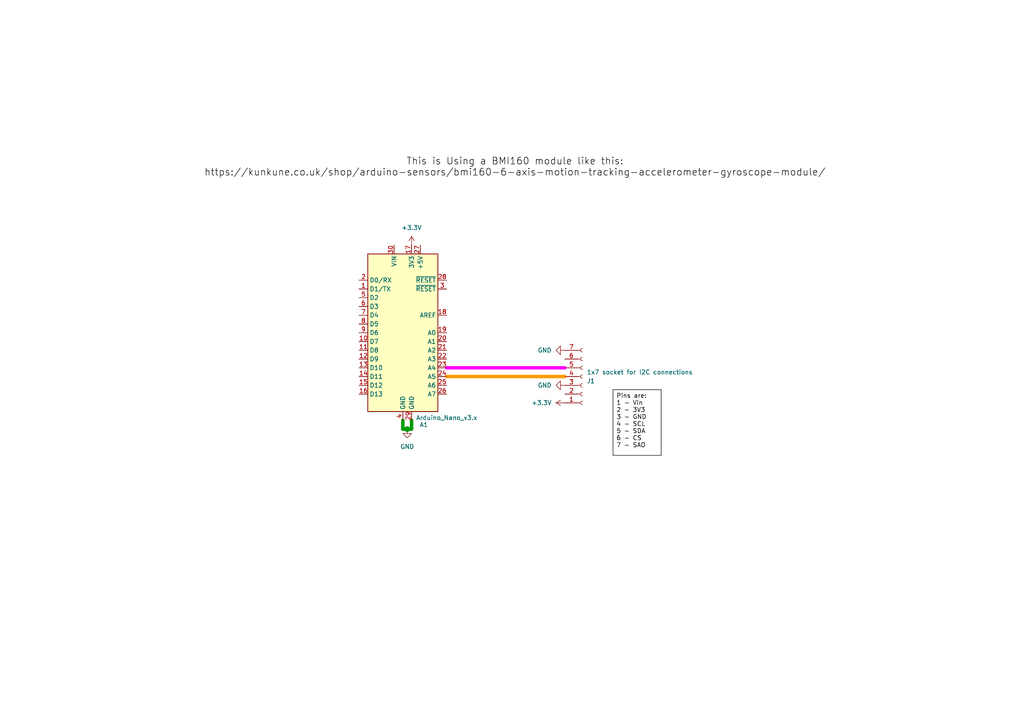
<source format=kicad_sch>
(kicad_sch
	(version 20250114)
	(generator "eeschema")
	(generator_version "9.0")
	(uuid "b2b12962-249b-441d-aab6-f5a5be32ddf9")
	(paper "A4")
	(title_block
		(title "BMI160 arduino Nano circuit")
		(date "2025-06-14")
		(rev "1")
		(company "Ethan Sousa Projects")
	)
	(lib_symbols
		(symbol "Connector:Conn_01x07_Socket"
			(pin_names
				(offset 1.016)
				(hide yes)
			)
			(exclude_from_sim no)
			(in_bom yes)
			(on_board yes)
			(property "Reference" "J"
				(at 0 10.16 0)
				(effects
					(font
						(size 1.27 1.27)
					)
				)
			)
			(property "Value" "Conn_01x07_Socket"
				(at 0 -10.16 0)
				(effects
					(font
						(size 1.27 1.27)
					)
				)
			)
			(property "Footprint" ""
				(at 0 0 0)
				(effects
					(font
						(size 1.27 1.27)
					)
					(hide yes)
				)
			)
			(property "Datasheet" "~"
				(at 0 0 0)
				(effects
					(font
						(size 1.27 1.27)
					)
					(hide yes)
				)
			)
			(property "Description" "Generic connector, single row, 01x07, script generated"
				(at 0 0 0)
				(effects
					(font
						(size 1.27 1.27)
					)
					(hide yes)
				)
			)
			(property "ki_locked" ""
				(at 0 0 0)
				(effects
					(font
						(size 1.27 1.27)
					)
				)
			)
			(property "ki_keywords" "connector"
				(at 0 0 0)
				(effects
					(font
						(size 1.27 1.27)
					)
					(hide yes)
				)
			)
			(property "ki_fp_filters" "Connector*:*_1x??_*"
				(at 0 0 0)
				(effects
					(font
						(size 1.27 1.27)
					)
					(hide yes)
				)
			)
			(symbol "Conn_01x07_Socket_1_1"
				(polyline
					(pts
						(xy -1.27 7.62) (xy -0.508 7.62)
					)
					(stroke
						(width 0.1524)
						(type default)
					)
					(fill
						(type none)
					)
				)
				(polyline
					(pts
						(xy -1.27 5.08) (xy -0.508 5.08)
					)
					(stroke
						(width 0.1524)
						(type default)
					)
					(fill
						(type none)
					)
				)
				(polyline
					(pts
						(xy -1.27 2.54) (xy -0.508 2.54)
					)
					(stroke
						(width 0.1524)
						(type default)
					)
					(fill
						(type none)
					)
				)
				(polyline
					(pts
						(xy -1.27 0) (xy -0.508 0)
					)
					(stroke
						(width 0.1524)
						(type default)
					)
					(fill
						(type none)
					)
				)
				(polyline
					(pts
						(xy -1.27 -2.54) (xy -0.508 -2.54)
					)
					(stroke
						(width 0.1524)
						(type default)
					)
					(fill
						(type none)
					)
				)
				(polyline
					(pts
						(xy -1.27 -5.08) (xy -0.508 -5.08)
					)
					(stroke
						(width 0.1524)
						(type default)
					)
					(fill
						(type none)
					)
				)
				(polyline
					(pts
						(xy -1.27 -7.62) (xy -0.508 -7.62)
					)
					(stroke
						(width 0.1524)
						(type default)
					)
					(fill
						(type none)
					)
				)
				(arc
					(start 0 7.112)
					(mid -0.5058 7.62)
					(end 0 8.128)
					(stroke
						(width 0.1524)
						(type default)
					)
					(fill
						(type none)
					)
				)
				(arc
					(start 0 4.572)
					(mid -0.5058 5.08)
					(end 0 5.588)
					(stroke
						(width 0.1524)
						(type default)
					)
					(fill
						(type none)
					)
				)
				(arc
					(start 0 2.032)
					(mid -0.5058 2.54)
					(end 0 3.048)
					(stroke
						(width 0.1524)
						(type default)
					)
					(fill
						(type none)
					)
				)
				(arc
					(start 0 -0.508)
					(mid -0.5058 0)
					(end 0 0.508)
					(stroke
						(width 0.1524)
						(type default)
					)
					(fill
						(type none)
					)
				)
				(arc
					(start 0 -3.048)
					(mid -0.5058 -2.54)
					(end 0 -2.032)
					(stroke
						(width 0.1524)
						(type default)
					)
					(fill
						(type none)
					)
				)
				(arc
					(start 0 -5.588)
					(mid -0.5058 -5.08)
					(end 0 -4.572)
					(stroke
						(width 0.1524)
						(type default)
					)
					(fill
						(type none)
					)
				)
				(arc
					(start 0 -8.128)
					(mid -0.5058 -7.62)
					(end 0 -7.112)
					(stroke
						(width 0.1524)
						(type default)
					)
					(fill
						(type none)
					)
				)
				(pin passive line
					(at -5.08 7.62 0)
					(length 3.81)
					(name "Pin_1"
						(effects
							(font
								(size 1.27 1.27)
							)
						)
					)
					(number "1"
						(effects
							(font
								(size 1.27 1.27)
							)
						)
					)
				)
				(pin passive line
					(at -5.08 5.08 0)
					(length 3.81)
					(name "Pin_2"
						(effects
							(font
								(size 1.27 1.27)
							)
						)
					)
					(number "2"
						(effects
							(font
								(size 1.27 1.27)
							)
						)
					)
				)
				(pin passive line
					(at -5.08 2.54 0)
					(length 3.81)
					(name "Pin_3"
						(effects
							(font
								(size 1.27 1.27)
							)
						)
					)
					(number "3"
						(effects
							(font
								(size 1.27 1.27)
							)
						)
					)
				)
				(pin passive line
					(at -5.08 0 0)
					(length 3.81)
					(name "Pin_4"
						(effects
							(font
								(size 1.27 1.27)
							)
						)
					)
					(number "4"
						(effects
							(font
								(size 1.27 1.27)
							)
						)
					)
				)
				(pin passive line
					(at -5.08 -2.54 0)
					(length 3.81)
					(name "Pin_5"
						(effects
							(font
								(size 1.27 1.27)
							)
						)
					)
					(number "5"
						(effects
							(font
								(size 1.27 1.27)
							)
						)
					)
				)
				(pin passive line
					(at -5.08 -5.08 0)
					(length 3.81)
					(name "Pin_6"
						(effects
							(font
								(size 1.27 1.27)
							)
						)
					)
					(number "6"
						(effects
							(font
								(size 1.27 1.27)
							)
						)
					)
				)
				(pin passive line
					(at -5.08 -7.62 0)
					(length 3.81)
					(name "Pin_7"
						(effects
							(font
								(size 1.27 1.27)
							)
						)
					)
					(number "7"
						(effects
							(font
								(size 1.27 1.27)
							)
						)
					)
				)
			)
			(embedded_fonts no)
		)
		(symbol "MCU_Module:Arduino_Nano_v3.x"
			(exclude_from_sim no)
			(in_bom yes)
			(on_board yes)
			(property "Reference" "A"
				(at -10.16 23.495 0)
				(effects
					(font
						(size 1.27 1.27)
					)
					(justify left bottom)
				)
			)
			(property "Value" "Arduino_Nano_v3.x"
				(at 5.08 -24.13 0)
				(effects
					(font
						(size 1.27 1.27)
					)
					(justify left top)
				)
			)
			(property "Footprint" "Module:Arduino_Nano"
				(at 0 0 0)
				(effects
					(font
						(size 1.27 1.27)
						(italic yes)
					)
					(hide yes)
				)
			)
			(property "Datasheet" "http://www.mouser.com/pdfdocs/Gravitech_Arduino_Nano3_0.pdf"
				(at 0 0 0)
				(effects
					(font
						(size 1.27 1.27)
					)
					(hide yes)
				)
			)
			(property "Description" "Arduino Nano v3.x"
				(at 0 0 0)
				(effects
					(font
						(size 1.27 1.27)
					)
					(hide yes)
				)
			)
			(property "ki_keywords" "Arduino nano microcontroller module USB"
				(at 0 0 0)
				(effects
					(font
						(size 1.27 1.27)
					)
					(hide yes)
				)
			)
			(property "ki_fp_filters" "Arduino*Nano*"
				(at 0 0 0)
				(effects
					(font
						(size 1.27 1.27)
					)
					(hide yes)
				)
			)
			(symbol "Arduino_Nano_v3.x_0_1"
				(rectangle
					(start -10.16 22.86)
					(end 10.16 -22.86)
					(stroke
						(width 0.254)
						(type default)
					)
					(fill
						(type background)
					)
				)
			)
			(symbol "Arduino_Nano_v3.x_1_1"
				(pin bidirectional line
					(at -12.7 15.24 0)
					(length 2.54)
					(name "D0/RX"
						(effects
							(font
								(size 1.27 1.27)
							)
						)
					)
					(number "2"
						(effects
							(font
								(size 1.27 1.27)
							)
						)
					)
				)
				(pin bidirectional line
					(at -12.7 12.7 0)
					(length 2.54)
					(name "D1/TX"
						(effects
							(font
								(size 1.27 1.27)
							)
						)
					)
					(number "1"
						(effects
							(font
								(size 1.27 1.27)
							)
						)
					)
				)
				(pin bidirectional line
					(at -12.7 10.16 0)
					(length 2.54)
					(name "D2"
						(effects
							(font
								(size 1.27 1.27)
							)
						)
					)
					(number "5"
						(effects
							(font
								(size 1.27 1.27)
							)
						)
					)
				)
				(pin bidirectional line
					(at -12.7 7.62 0)
					(length 2.54)
					(name "D3"
						(effects
							(font
								(size 1.27 1.27)
							)
						)
					)
					(number "6"
						(effects
							(font
								(size 1.27 1.27)
							)
						)
					)
				)
				(pin bidirectional line
					(at -12.7 5.08 0)
					(length 2.54)
					(name "D4"
						(effects
							(font
								(size 1.27 1.27)
							)
						)
					)
					(number "7"
						(effects
							(font
								(size 1.27 1.27)
							)
						)
					)
				)
				(pin bidirectional line
					(at -12.7 2.54 0)
					(length 2.54)
					(name "D5"
						(effects
							(font
								(size 1.27 1.27)
							)
						)
					)
					(number "8"
						(effects
							(font
								(size 1.27 1.27)
							)
						)
					)
				)
				(pin bidirectional line
					(at -12.7 0 0)
					(length 2.54)
					(name "D6"
						(effects
							(font
								(size 1.27 1.27)
							)
						)
					)
					(number "9"
						(effects
							(font
								(size 1.27 1.27)
							)
						)
					)
				)
				(pin bidirectional line
					(at -12.7 -2.54 0)
					(length 2.54)
					(name "D7"
						(effects
							(font
								(size 1.27 1.27)
							)
						)
					)
					(number "10"
						(effects
							(font
								(size 1.27 1.27)
							)
						)
					)
				)
				(pin bidirectional line
					(at -12.7 -5.08 0)
					(length 2.54)
					(name "D8"
						(effects
							(font
								(size 1.27 1.27)
							)
						)
					)
					(number "11"
						(effects
							(font
								(size 1.27 1.27)
							)
						)
					)
				)
				(pin bidirectional line
					(at -12.7 -7.62 0)
					(length 2.54)
					(name "D9"
						(effects
							(font
								(size 1.27 1.27)
							)
						)
					)
					(number "12"
						(effects
							(font
								(size 1.27 1.27)
							)
						)
					)
				)
				(pin bidirectional line
					(at -12.7 -10.16 0)
					(length 2.54)
					(name "D10"
						(effects
							(font
								(size 1.27 1.27)
							)
						)
					)
					(number "13"
						(effects
							(font
								(size 1.27 1.27)
							)
						)
					)
				)
				(pin bidirectional line
					(at -12.7 -12.7 0)
					(length 2.54)
					(name "D11"
						(effects
							(font
								(size 1.27 1.27)
							)
						)
					)
					(number "14"
						(effects
							(font
								(size 1.27 1.27)
							)
						)
					)
				)
				(pin bidirectional line
					(at -12.7 -15.24 0)
					(length 2.54)
					(name "D12"
						(effects
							(font
								(size 1.27 1.27)
							)
						)
					)
					(number "15"
						(effects
							(font
								(size 1.27 1.27)
							)
						)
					)
				)
				(pin bidirectional line
					(at -12.7 -17.78 0)
					(length 2.54)
					(name "D13"
						(effects
							(font
								(size 1.27 1.27)
							)
						)
					)
					(number "16"
						(effects
							(font
								(size 1.27 1.27)
							)
						)
					)
				)
				(pin power_in line
					(at -2.54 25.4 270)
					(length 2.54)
					(name "VIN"
						(effects
							(font
								(size 1.27 1.27)
							)
						)
					)
					(number "30"
						(effects
							(font
								(size 1.27 1.27)
							)
						)
					)
				)
				(pin power_in line
					(at 0 -25.4 90)
					(length 2.54)
					(name "GND"
						(effects
							(font
								(size 1.27 1.27)
							)
						)
					)
					(number "4"
						(effects
							(font
								(size 1.27 1.27)
							)
						)
					)
				)
				(pin power_out line
					(at 2.54 25.4 270)
					(length 2.54)
					(name "3V3"
						(effects
							(font
								(size 1.27 1.27)
							)
						)
					)
					(number "17"
						(effects
							(font
								(size 1.27 1.27)
							)
						)
					)
				)
				(pin power_in line
					(at 2.54 -25.4 90)
					(length 2.54)
					(name "GND"
						(effects
							(font
								(size 1.27 1.27)
							)
						)
					)
					(number "29"
						(effects
							(font
								(size 1.27 1.27)
							)
						)
					)
				)
				(pin power_out line
					(at 5.08 25.4 270)
					(length 2.54)
					(name "+5V"
						(effects
							(font
								(size 1.27 1.27)
							)
						)
					)
					(number "27"
						(effects
							(font
								(size 1.27 1.27)
							)
						)
					)
				)
				(pin input line
					(at 12.7 15.24 180)
					(length 2.54)
					(name "~{RESET}"
						(effects
							(font
								(size 1.27 1.27)
							)
						)
					)
					(number "28"
						(effects
							(font
								(size 1.27 1.27)
							)
						)
					)
				)
				(pin input line
					(at 12.7 12.7 180)
					(length 2.54)
					(name "~{RESET}"
						(effects
							(font
								(size 1.27 1.27)
							)
						)
					)
					(number "3"
						(effects
							(font
								(size 1.27 1.27)
							)
						)
					)
				)
				(pin input line
					(at 12.7 5.08 180)
					(length 2.54)
					(name "AREF"
						(effects
							(font
								(size 1.27 1.27)
							)
						)
					)
					(number "18"
						(effects
							(font
								(size 1.27 1.27)
							)
						)
					)
				)
				(pin bidirectional line
					(at 12.7 0 180)
					(length 2.54)
					(name "A0"
						(effects
							(font
								(size 1.27 1.27)
							)
						)
					)
					(number "19"
						(effects
							(font
								(size 1.27 1.27)
							)
						)
					)
				)
				(pin bidirectional line
					(at 12.7 -2.54 180)
					(length 2.54)
					(name "A1"
						(effects
							(font
								(size 1.27 1.27)
							)
						)
					)
					(number "20"
						(effects
							(font
								(size 1.27 1.27)
							)
						)
					)
				)
				(pin bidirectional line
					(at 12.7 -5.08 180)
					(length 2.54)
					(name "A2"
						(effects
							(font
								(size 1.27 1.27)
							)
						)
					)
					(number "21"
						(effects
							(font
								(size 1.27 1.27)
							)
						)
					)
				)
				(pin bidirectional line
					(at 12.7 -7.62 180)
					(length 2.54)
					(name "A3"
						(effects
							(font
								(size 1.27 1.27)
							)
						)
					)
					(number "22"
						(effects
							(font
								(size 1.27 1.27)
							)
						)
					)
				)
				(pin bidirectional line
					(at 12.7 -10.16 180)
					(length 2.54)
					(name "A4"
						(effects
							(font
								(size 1.27 1.27)
							)
						)
					)
					(number "23"
						(effects
							(font
								(size 1.27 1.27)
							)
						)
					)
				)
				(pin bidirectional line
					(at 12.7 -12.7 180)
					(length 2.54)
					(name "A5"
						(effects
							(font
								(size 1.27 1.27)
							)
						)
					)
					(number "24"
						(effects
							(font
								(size 1.27 1.27)
							)
						)
					)
				)
				(pin bidirectional line
					(at 12.7 -15.24 180)
					(length 2.54)
					(name "A6"
						(effects
							(font
								(size 1.27 1.27)
							)
						)
					)
					(number "25"
						(effects
							(font
								(size 1.27 1.27)
							)
						)
					)
				)
				(pin bidirectional line
					(at 12.7 -17.78 180)
					(length 2.54)
					(name "A7"
						(effects
							(font
								(size 1.27 1.27)
							)
						)
					)
					(number "26"
						(effects
							(font
								(size 1.27 1.27)
							)
						)
					)
				)
			)
			(embedded_fonts no)
		)
		(symbol "power:+3.3V"
			(power)
			(pin_numbers
				(hide yes)
			)
			(pin_names
				(offset 0)
				(hide yes)
			)
			(exclude_from_sim no)
			(in_bom yes)
			(on_board yes)
			(property "Reference" "#PWR"
				(at 0 -3.81 0)
				(effects
					(font
						(size 1.27 1.27)
					)
					(hide yes)
				)
			)
			(property "Value" "+3.3V"
				(at 0 3.556 0)
				(effects
					(font
						(size 1.27 1.27)
					)
				)
			)
			(property "Footprint" ""
				(at 0 0 0)
				(effects
					(font
						(size 1.27 1.27)
					)
					(hide yes)
				)
			)
			(property "Datasheet" ""
				(at 0 0 0)
				(effects
					(font
						(size 1.27 1.27)
					)
					(hide yes)
				)
			)
			(property "Description" "Power symbol creates a global label with name \"+3.3V\""
				(at 0 0 0)
				(effects
					(font
						(size 1.27 1.27)
					)
					(hide yes)
				)
			)
			(property "ki_keywords" "global power"
				(at 0 0 0)
				(effects
					(font
						(size 1.27 1.27)
					)
					(hide yes)
				)
			)
			(symbol "+3.3V_0_1"
				(polyline
					(pts
						(xy -0.762 1.27) (xy 0 2.54)
					)
					(stroke
						(width 0)
						(type default)
					)
					(fill
						(type none)
					)
				)
				(polyline
					(pts
						(xy 0 2.54) (xy 0.762 1.27)
					)
					(stroke
						(width 0)
						(type default)
					)
					(fill
						(type none)
					)
				)
				(polyline
					(pts
						(xy 0 0) (xy 0 2.54)
					)
					(stroke
						(width 0)
						(type default)
					)
					(fill
						(type none)
					)
				)
			)
			(symbol "+3.3V_1_1"
				(pin power_in line
					(at 0 0 90)
					(length 0)
					(name "~"
						(effects
							(font
								(size 1.27 1.27)
							)
						)
					)
					(number "1"
						(effects
							(font
								(size 1.27 1.27)
							)
						)
					)
				)
			)
			(embedded_fonts no)
		)
		(symbol "power:GND"
			(power)
			(pin_numbers
				(hide yes)
			)
			(pin_names
				(offset 0)
				(hide yes)
			)
			(exclude_from_sim no)
			(in_bom yes)
			(on_board yes)
			(property "Reference" "#PWR"
				(at 0 -6.35 0)
				(effects
					(font
						(size 1.27 1.27)
					)
					(hide yes)
				)
			)
			(property "Value" "GND"
				(at 0 -3.81 0)
				(effects
					(font
						(size 1.27 1.27)
					)
				)
			)
			(property "Footprint" ""
				(at 0 0 0)
				(effects
					(font
						(size 1.27 1.27)
					)
					(hide yes)
				)
			)
			(property "Datasheet" ""
				(at 0 0 0)
				(effects
					(font
						(size 1.27 1.27)
					)
					(hide yes)
				)
			)
			(property "Description" "Power symbol creates a global label with name \"GND\" , ground"
				(at 0 0 0)
				(effects
					(font
						(size 1.27 1.27)
					)
					(hide yes)
				)
			)
			(property "ki_keywords" "global power"
				(at 0 0 0)
				(effects
					(font
						(size 1.27 1.27)
					)
					(hide yes)
				)
			)
			(symbol "GND_0_1"
				(polyline
					(pts
						(xy 0 0) (xy 0 -1.27) (xy 1.27 -1.27) (xy 0 -2.54) (xy -1.27 -1.27) (xy 0 -1.27)
					)
					(stroke
						(width 0)
						(type default)
					)
					(fill
						(type none)
					)
				)
			)
			(symbol "GND_1_1"
				(pin power_in line
					(at 0 0 270)
					(length 0)
					(name "~"
						(effects
							(font
								(size 1.27 1.27)
							)
						)
					)
					(number "1"
						(effects
							(font
								(size 1.27 1.27)
							)
						)
					)
				)
			)
			(embedded_fonts no)
		)
	)
	(text "This is Using a BMI160 module like this:\nhttps://kunkune.co.uk/shop/arduino-sensors/bmi160-6-axis-motion-tracking-accelerometer-gyroscope-module/"
		(exclude_from_sim no)
		(at 149.352 48.514 0)
		(effects
			(font
				(size 2 2)
				(color 0 0 0 1)
			)
		)
		(uuid "4f977f6c-0cda-4ce9-99e2-0b1134e0edc8")
	)
	(text_box "Pins are:\n1 - Vin\n2 - 3V3\n3 - GND\n4 - SCL\n5 - SDA\n6 - CS\n7 - SAO"
		(exclude_from_sim no)
		(at 177.8 113.03 0)
		(size 13.97 19.05)
		(margins 0.9525 0.9525 0.9525 0.9525)
		(stroke
			(width 0)
			(type solid)
			(color 0 0 0 1)
		)
		(fill
			(type none)
		)
		(effects
			(font
				(size 1.27 1.27)
				(color 0 0 0 1)
			)
			(justify left top)
		)
		(uuid "fb1c49cb-090c-43ab-8c33-3cb0504a6718")
	)
	(junction
		(at 118.11 124.46)
		(diameter 1.5)
		(color 0 0 0 0)
		(uuid "a4a0aa31-09ca-47f5-a027-b11376b3fa3f")
	)
	(wire
		(pts
			(xy 119.38 124.46) (xy 118.11 124.46)
		)
		(stroke
			(width 1)
			(type default)
		)
		(uuid "09f048bc-c8c6-4abb-aa3c-decc97da8890")
	)
	(wire
		(pts
			(xy 119.38 121.92) (xy 119.38 124.46)
		)
		(stroke
			(width 1)
			(type default)
		)
		(uuid "7d5ef87e-7e11-42df-9580-63881a5da805")
	)
	(wire
		(pts
			(xy 116.84 124.46) (xy 118.11 124.46)
		)
		(stroke
			(width 1)
			(type default)
		)
		(uuid "a1853f3f-8e9e-43fa-86f0-e2a48d4995da")
	)
	(wire
		(pts
			(xy 129.54 109.22) (xy 163.83 109.22)
		)
		(stroke
			(width 1)
			(type default)
			(color 255 153 0 1)
		)
		(uuid "b92449b3-fc6d-41c4-b204-cc80cb39c858")
	)
	(wire
		(pts
			(xy 116.84 121.92) (xy 116.84 124.46)
		)
		(stroke
			(width 1)
			(type default)
		)
		(uuid "ca07c32c-df56-4159-a3c2-0af0b36f0552")
	)
	(wire
		(pts
			(xy 129.54 106.68) (xy 163.83 106.68)
		)
		(stroke
			(width 1)
			(type default)
			(color 255 0 255 1)
		)
		(uuid "d29f1ac2-ef93-437d-b50f-c906c4013e4d")
	)
	(symbol
		(lib_id "power:GND")
		(at 163.83 101.6 270)
		(unit 1)
		(exclude_from_sim no)
		(in_bom yes)
		(on_board yes)
		(dnp no)
		(fields_autoplaced yes)
		(uuid "13e7c5bd-8172-4576-921c-eb951d4b3b46")
		(property "Reference" "#PWR02"
			(at 157.48 101.6 0)
			(effects
				(font
					(size 1.27 1.27)
				)
				(hide yes)
			)
		)
		(property "Value" "GND"
			(at 160.02 101.5999 90)
			(effects
				(font
					(size 1.27 1.27)
				)
				(justify right)
			)
		)
		(property "Footprint" ""
			(at 163.83 101.6 0)
			(effects
				(font
					(size 1.27 1.27)
				)
				(hide yes)
			)
		)
		(property "Datasheet" ""
			(at 163.83 101.6 0)
			(effects
				(font
					(size 1.27 1.27)
				)
				(hide yes)
			)
		)
		(property "Description" "Power symbol creates a global label with name \"GND\" , ground"
			(at 163.83 101.6 0)
			(effects
				(font
					(size 1.27 1.27)
				)
				(hide yes)
			)
		)
		(pin "1"
			(uuid "4457734c-0a04-41a6-aa08-e53f3072f251")
		)
		(instances
			(project "Circuit_Accel_Gyro"
				(path "/b2b12962-249b-441d-aab6-f5a5be32ddf9"
					(reference "#PWR02")
					(unit 1)
				)
			)
		)
	)
	(symbol
		(lib_id "power:+3.3V")
		(at 119.38 71.12 0)
		(unit 1)
		(exclude_from_sim no)
		(in_bom yes)
		(on_board yes)
		(dnp no)
		(fields_autoplaced yes)
		(uuid "357a86eb-4847-4d11-8ff4-f115f420fcdc")
		(property "Reference" "#PWR01"
			(at 119.38 74.93 0)
			(effects
				(font
					(size 1.27 1.27)
				)
				(hide yes)
			)
		)
		(property "Value" "+3.3V"
			(at 119.38 66.04 0)
			(effects
				(font
					(size 1.27 1.27)
				)
			)
		)
		(property "Footprint" ""
			(at 119.38 71.12 0)
			(effects
				(font
					(size 1.27 1.27)
				)
				(hide yes)
			)
		)
		(property "Datasheet" ""
			(at 119.38 71.12 0)
			(effects
				(font
					(size 1.27 1.27)
				)
				(hide yes)
			)
		)
		(property "Description" "Power symbol creates a global label with name \"+3.3V\""
			(at 119.38 71.12 0)
			(effects
				(font
					(size 1.27 1.27)
				)
				(hide yes)
			)
		)
		(pin "1"
			(uuid "346ba1e4-6a03-44c1-ac88-b53d2ea191cc")
		)
		(instances
			(project ""
				(path "/b2b12962-249b-441d-aab6-f5a5be32ddf9"
					(reference "#PWR01")
					(unit 1)
				)
			)
		)
	)
	(symbol
		(lib_id "power:GND")
		(at 163.83 111.76 270)
		(unit 1)
		(exclude_from_sim no)
		(in_bom yes)
		(on_board yes)
		(dnp no)
		(fields_autoplaced yes)
		(uuid "4e021761-86fc-48c0-9abf-a26d227eb772")
		(property "Reference" "#PWR04"
			(at 157.48 111.76 0)
			(effects
				(font
					(size 1.27 1.27)
				)
				(hide yes)
			)
		)
		(property "Value" "GND"
			(at 160.02 111.7599 90)
			(effects
				(font
					(size 1.27 1.27)
				)
				(justify right)
			)
		)
		(property "Footprint" ""
			(at 163.83 111.76 0)
			(effects
				(font
					(size 1.27 1.27)
				)
				(hide yes)
			)
		)
		(property "Datasheet" ""
			(at 163.83 111.76 0)
			(effects
				(font
					(size 1.27 1.27)
				)
				(hide yes)
			)
		)
		(property "Description" "Power symbol creates a global label with name \"GND\" , ground"
			(at 163.83 111.76 0)
			(effects
				(font
					(size 1.27 1.27)
				)
				(hide yes)
			)
		)
		(pin "1"
			(uuid "54ff57ef-f669-4e2f-b751-717e42eef531")
		)
		(instances
			(project "Circuit_Accel_Gyro"
				(path "/b2b12962-249b-441d-aab6-f5a5be32ddf9"
					(reference "#PWR04")
					(unit 1)
				)
			)
		)
	)
	(symbol
		(lib_id "power:+3.3V")
		(at 163.83 116.84 90)
		(unit 1)
		(exclude_from_sim no)
		(in_bom yes)
		(on_board yes)
		(dnp no)
		(fields_autoplaced yes)
		(uuid "66b3f10b-83db-4ccb-8272-63ff141e991f")
		(property "Reference" "#PWR05"
			(at 167.64 116.84 0)
			(effects
				(font
					(size 1.27 1.27)
				)
				(hide yes)
			)
		)
		(property "Value" "+3.3V"
			(at 160.02 116.8399 90)
			(effects
				(font
					(size 1.27 1.27)
				)
				(justify left)
			)
		)
		(property "Footprint" ""
			(at 163.83 116.84 0)
			(effects
				(font
					(size 1.27 1.27)
				)
				(hide yes)
			)
		)
		(property "Datasheet" ""
			(at 163.83 116.84 0)
			(effects
				(font
					(size 1.27 1.27)
				)
				(hide yes)
			)
		)
		(property "Description" "Power symbol creates a global label with name \"+3.3V\""
			(at 163.83 116.84 0)
			(effects
				(font
					(size 1.27 1.27)
				)
				(hide yes)
			)
		)
		(pin "1"
			(uuid "00452730-5d88-439b-8e5a-2d6903134b47")
		)
		(instances
			(project "Circuit_Accel_Gyro"
				(path "/b2b12962-249b-441d-aab6-f5a5be32ddf9"
					(reference "#PWR05")
					(unit 1)
				)
			)
		)
	)
	(symbol
		(lib_id "MCU_Module:Arduino_Nano_v3.x")
		(at 116.84 96.52 0)
		(unit 1)
		(exclude_from_sim no)
		(in_bom yes)
		(on_board yes)
		(dnp no)
		(uuid "9a5deb96-60f5-4ae0-8384-b6cafc4feccc")
		(property "Reference" "A1"
			(at 121.666 123.19 0)
			(effects
				(font
					(size 1.27 1.27)
				)
				(justify left)
			)
		)
		(property "Value" "Arduino_Nano_v3.x"
			(at 120.65 121.158 0)
			(effects
				(font
					(size 1.27 1.27)
				)
				(justify left)
			)
		)
		(property "Footprint" "Module:Arduino_Nano"
			(at 116.84 96.52 0)
			(effects
				(font
					(size 1.27 1.27)
					(italic yes)
				)
				(hide yes)
			)
		)
		(property "Datasheet" "http://www.mouser.com/pdfdocs/Gravitech_Arduino_Nano3_0.pdf"
			(at 116.84 96.52 0)
			(effects
				(font
					(size 1.27 1.27)
				)
				(hide yes)
			)
		)
		(property "Description" "Arduino Nano v3.x"
			(at 116.84 96.52 0)
			(effects
				(font
					(size 1.27 1.27)
				)
				(hide yes)
			)
		)
		(pin "7"
			(uuid "a1b6362c-77b8-4b2c-af7a-caba36da896b")
		)
		(pin "16"
			(uuid "069515f4-df83-478a-9be8-070c019d9e29")
		)
		(pin "17"
			(uuid "6f9d69ec-886f-416a-a07e-6d5dcd546400")
		)
		(pin "29"
			(uuid "46857ad1-3bc9-4d88-9beb-396a33f83f87")
		)
		(pin "2"
			(uuid "15cdf9b9-690c-4130-837a-2f53feb4b761")
		)
		(pin "20"
			(uuid "25c09d93-fee9-42c0-8bab-3b1fc91ebaae")
		)
		(pin "21"
			(uuid "3b4c857e-8e8f-482e-bb72-79df57bbec60")
		)
		(pin "22"
			(uuid "e4951596-b6bf-4582-b8ac-873e5def1416")
		)
		(pin "18"
			(uuid "75c9f25a-19d8-49fb-9817-aa8af8ae4032")
		)
		(pin "30"
			(uuid "e12a8c46-cab7-46cf-9718-491951501051")
		)
		(pin "12"
			(uuid "361a5923-b316-4caa-924e-14cb771104c1")
		)
		(pin "3"
			(uuid "94f12f6e-9c4a-4da7-a72c-5dd272341d11")
		)
		(pin "13"
			(uuid "ece4de39-9b3e-4f65-b2fe-09ec02257e7a")
		)
		(pin "24"
			(uuid "da528d85-9ad6-4c01-8bda-53850584bc74")
		)
		(pin "10"
			(uuid "1f3ec2de-4cd5-4341-ac11-74d6a83a8fab")
		)
		(pin "27"
			(uuid "d0c441db-3327-4547-8321-598fa32d534f")
		)
		(pin "5"
			(uuid "767f098b-486a-4576-aaf4-3180526b01c9")
		)
		(pin "25"
			(uuid "aae85aa5-c5fa-4d3b-8230-7d7cb0089833")
		)
		(pin "4"
			(uuid "2000053e-6707-4b0c-b700-044a1cc85657")
		)
		(pin "15"
			(uuid "4793c21a-88a1-467b-9b02-129f0995dc55")
		)
		(pin "14"
			(uuid "28b90819-f00c-42bb-94b9-89b37b0c77b0")
		)
		(pin "6"
			(uuid "1de02cd8-9969-4979-b906-9622a0793ca8")
		)
		(pin "28"
			(uuid "f95c8b0c-9fcc-4ef9-9be6-3f9e94bb2206")
		)
		(pin "9"
			(uuid "47f4fcb4-abad-4194-a2c3-e2648872b8fb")
		)
		(pin "23"
			(uuid "8d12e5a8-af9d-483a-b9d6-6b809e311bd5")
		)
		(pin "26"
			(uuid "10d23918-d0d0-42dd-b53a-b33b73d52513")
		)
		(pin "1"
			(uuid "13cc3e7f-fa6e-4f86-ab39-ea86ed267b51")
		)
		(pin "8"
			(uuid "86a4287e-2fce-4c79-bb51-99f11097eed5")
		)
		(pin "11"
			(uuid "848210f0-45b1-45e1-8d3f-6765838c34fc")
		)
		(pin "19"
			(uuid "2b2b290f-02b9-43bc-8b42-64dcc9f1bd72")
		)
		(instances
			(project ""
				(path "/b2b12962-249b-441d-aab6-f5a5be32ddf9"
					(reference "A1")
					(unit 1)
				)
			)
		)
	)
	(symbol
		(lib_id "power:GND")
		(at 118.11 124.46 0)
		(unit 1)
		(exclude_from_sim no)
		(in_bom yes)
		(on_board yes)
		(dnp no)
		(fields_autoplaced yes)
		(uuid "af3e3e9b-4f0d-45f0-a15c-ee4036db24bf")
		(property "Reference" "#PWR03"
			(at 118.11 130.81 0)
			(effects
				(font
					(size 1.27 1.27)
				)
				(hide yes)
			)
		)
		(property "Value" "GND"
			(at 118.11 129.54 0)
			(effects
				(font
					(size 1.27 1.27)
				)
			)
		)
		(property "Footprint" ""
			(at 118.11 124.46 0)
			(effects
				(font
					(size 1.27 1.27)
				)
				(hide yes)
			)
		)
		(property "Datasheet" ""
			(at 118.11 124.46 0)
			(effects
				(font
					(size 1.27 1.27)
				)
				(hide yes)
			)
		)
		(property "Description" "Power symbol creates a global label with name \"GND\" , ground"
			(at 118.11 124.46 0)
			(effects
				(font
					(size 1.27 1.27)
				)
				(hide yes)
			)
		)
		(pin "1"
			(uuid "97f5b2f0-7765-45a7-ab09-cc5ed8929f60")
		)
		(instances
			(project "Circuit_Accel_Gyro"
				(path "/b2b12962-249b-441d-aab6-f5a5be32ddf9"
					(reference "#PWR03")
					(unit 1)
				)
			)
		)
	)
	(symbol
		(lib_id "Connector:Conn_01x07_Socket")
		(at 168.91 109.22 0)
		(mirror x)
		(unit 1)
		(exclude_from_sim no)
		(in_bom yes)
		(on_board yes)
		(dnp no)
		(fields_autoplaced yes)
		(uuid "f2295b68-59f5-497d-901d-c91e534514b4")
		(property "Reference" "J1"
			(at 170.18 110.4901 0)
			(effects
				(font
					(size 1.27 1.27)
				)
				(justify left)
			)
		)
		(property "Value" "1x7 socket for I2C connections"
			(at 170.18 107.9501 0)
			(effects
				(font
					(size 1.27 1.27)
				)
				(justify left)
			)
		)
		(property "Footprint" "Connector_PinSocket_2.54mm:PinSocket_1x07_P2.54mm_Vertical"
			(at 168.91 109.22 0)
			(effects
				(font
					(size 1.27 1.27)
				)
				(hide yes)
			)
		)
		(property "Datasheet" "~"
			(at 168.91 109.22 0)
			(effects
				(font
					(size 1.27 1.27)
				)
				(hide yes)
			)
		)
		(property "Description" "Generic connector, single row, 01x07, script generated"
			(at 168.91 109.22 0)
			(effects
				(font
					(size 1.27 1.27)
				)
				(hide yes)
			)
		)
		(pin "2"
			(uuid "2caa2d71-a3de-4097-abcd-6b390941e639")
		)
		(pin "4"
			(uuid "b9b688bd-49b4-46b8-8891-fdae1a0c066c")
		)
		(pin "7"
			(uuid "5df38bf0-7e89-4f3d-8e45-7ff7d77dba4e")
		)
		(pin "3"
			(uuid "11174432-908a-4d62-8b29-8ce5f34e4548")
		)
		(pin "6"
			(uuid "9fcb69d7-9c99-4883-a96f-7aed3f89fce0")
		)
		(pin "1"
			(uuid "45bd9792-05cb-4b2c-95b5-a3badf531f5e")
		)
		(pin "5"
			(uuid "8ac240ed-d9db-4866-b1e0-df2f6fc08e0a")
		)
		(instances
			(project ""
				(path "/b2b12962-249b-441d-aab6-f5a5be32ddf9"
					(reference "J1")
					(unit 1)
				)
			)
		)
	)
	(sheet_instances
		(path "/"
			(page "1")
		)
	)
	(embedded_fonts no)
)

</source>
